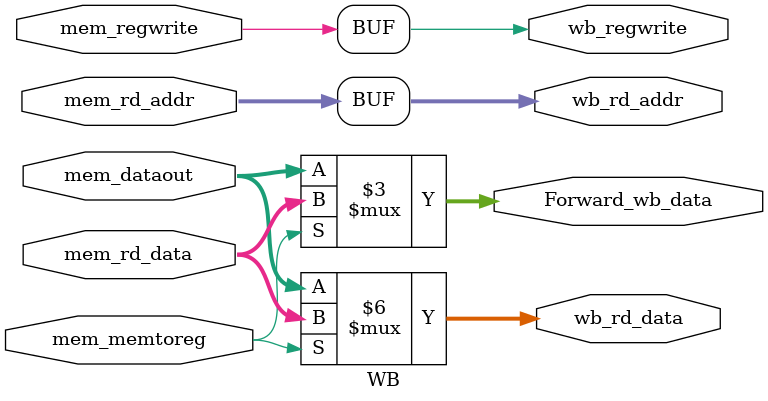
<source format=sv>
module WB (
    input mem_memtoreg,
    input mem_regwrite,
    input [31:0]mem_rd_data, 
    input [4:0]mem_rd_addr,
    input [31:0]mem_dataout,
    
    output reg wb_regwrite,
    output reg [31:0]wb_rd_data,
    output reg [31:0]Forward_wb_data,
    output reg [4:0]wb_rd_addr
);
    always_comb begin 
        if(mem_memtoreg) begin 
            wb_rd_data = mem_rd_data;
            Forward_wb_data = mem_rd_data;
        end
        else begin
            wb_rd_data = mem_dataout;
            Forward_wb_data = mem_dataout;
        end
        
        wb_rd_addr = mem_rd_addr;
        wb_regwrite = mem_regwrite;
    end
endmodule










</source>
